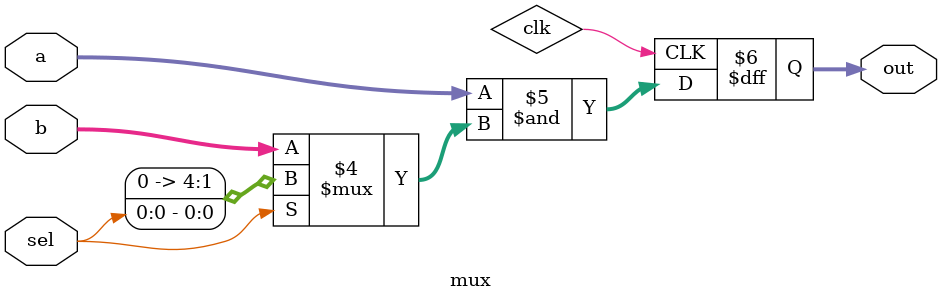
<source format=v>
module mux( 
input [4:0] a, b,
input sel,
output [4:0] out );
// When sel=0, assign a to out. 
// When sel=1, assign b to out.
always @(posedge clk)
  out <= a & (sel == 0 ? b : sel) ;
endmodule

</source>
